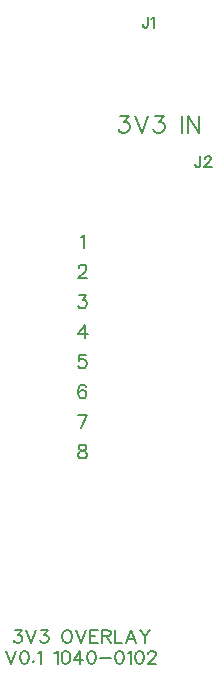
<source format=gto>
G04 Layer: TopSilkscreenLayer*
G04 Panelize: , Column: 2, Row: 2, Board Size: 20.7mm x 58.42mm, Panelized Board Size: 43.4mm x 118.84mm*
G04 EasyEDA v6.5.32, 2023-07-25 14:04:49*
G04 b7232d157d0140b2a16a3caa382a101f,5a6b42c53f6a479593ecc07194224c93,10*
G04 Gerber Generator version 0.2*
G04 Scale: 100 percent, Rotated: No, Reflected: No *
G04 Dimensions in millimeters *
G04 leading zeros omitted , absolute positions ,4 integer and 5 decimal *
%FSLAX45Y45*%
%MOMM*%

%ADD10C,0.1524*%
%ADD11C,0.2000*%

%LPD*%
D10*
X5506465Y4533137D02*
G01*
X5506465Y4460494D01*
X5501893Y4446778D01*
X5497322Y4442205D01*
X5488177Y4437634D01*
X5479288Y4437634D01*
X5470143Y4442205D01*
X5465572Y4446778D01*
X5461000Y4460494D01*
X5461000Y4469637D01*
X5541009Y4510531D02*
G01*
X5541009Y4515104D01*
X5545581Y4523994D01*
X5550154Y4528565D01*
X5559297Y4533137D01*
X5577331Y4533137D01*
X5586475Y4528565D01*
X5591047Y4523994D01*
X5595620Y4515104D01*
X5595620Y4505960D01*
X5591047Y4496815D01*
X5581904Y4483100D01*
X5536438Y4437634D01*
X5600191Y4437634D01*
D11*
X4827015Y4875784D02*
G01*
X4901945Y4875784D01*
X4861052Y4821173D01*
X4881372Y4821173D01*
X4895088Y4814315D01*
X4901945Y4807457D01*
X4908804Y4787137D01*
X4908804Y4773421D01*
X4901945Y4753102D01*
X4888229Y4739386D01*
X4867909Y4732528D01*
X4847336Y4732528D01*
X4827015Y4739386D01*
X4820158Y4746244D01*
X4813300Y4759960D01*
X4953761Y4875784D02*
G01*
X5008372Y4732528D01*
X5062727Y4875784D02*
G01*
X5008372Y4732528D01*
X5121402Y4875784D02*
G01*
X5196586Y4875784D01*
X5155691Y4821173D01*
X5176011Y4821173D01*
X5189727Y4814315D01*
X5196586Y4807457D01*
X5203190Y4787137D01*
X5203190Y4773421D01*
X5196586Y4753102D01*
X5182870Y4739386D01*
X5162295Y4732528D01*
X5141975Y4732528D01*
X5121402Y4739386D01*
X5114543Y4746244D01*
X5107940Y4759960D01*
X5353304Y4875784D02*
G01*
X5353304Y4732528D01*
X5398261Y4875784D02*
G01*
X5398261Y4732528D01*
X5398261Y4875784D02*
G01*
X5493765Y4732528D01*
X5493765Y4875784D02*
G01*
X5493765Y4732528D01*
D10*
X4497577Y2089657D02*
G01*
X4481322Y2084070D01*
X4475734Y2073147D01*
X4475734Y2062226D01*
X4481322Y2051304D01*
X4492243Y2045970D01*
X4514088Y2040381D01*
X4530343Y2035047D01*
X4541265Y2024126D01*
X4546854Y2013204D01*
X4546854Y1996947D01*
X4541265Y1986026D01*
X4535931Y1980437D01*
X4519422Y1975104D01*
X4497577Y1975104D01*
X4481322Y1980437D01*
X4475734Y1986026D01*
X4470400Y1996947D01*
X4470400Y2013204D01*
X4475734Y2024126D01*
X4486656Y2035047D01*
X4503165Y2040381D01*
X4525009Y2045970D01*
X4535931Y2051304D01*
X4541265Y2062226D01*
X4541265Y2073147D01*
X4535931Y2084070D01*
X4519422Y2089657D01*
X4497577Y2089657D01*
X4546854Y2343657D02*
G01*
X4492243Y2229104D01*
X4470400Y2343657D02*
G01*
X4546854Y2343657D01*
X4535931Y2581147D02*
G01*
X4530343Y2592070D01*
X4514088Y2597657D01*
X4503165Y2597657D01*
X4486656Y2592070D01*
X4475734Y2575813D01*
X4470400Y2548381D01*
X4470400Y2521204D01*
X4475734Y2499360D01*
X4486656Y2488437D01*
X4503165Y2483104D01*
X4508500Y2483104D01*
X4525009Y2488437D01*
X4535931Y2499360D01*
X4541265Y2515870D01*
X4541265Y2521204D01*
X4535931Y2537713D01*
X4525009Y2548381D01*
X4508500Y2553970D01*
X4503165Y2553970D01*
X4486656Y2548381D01*
X4475734Y2537713D01*
X4470400Y2521204D01*
X4535931Y2851657D02*
G01*
X4481322Y2851657D01*
X4475734Y2802381D01*
X4481322Y2807970D01*
X4497577Y2813304D01*
X4514088Y2813304D01*
X4530343Y2807970D01*
X4541265Y2797047D01*
X4546854Y2780792D01*
X4546854Y2769870D01*
X4541265Y2753360D01*
X4530343Y2742437D01*
X4514088Y2737104D01*
X4497577Y2737104D01*
X4481322Y2742437D01*
X4475734Y2748026D01*
X4470400Y2758947D01*
X4525009Y3105657D02*
G01*
X4470400Y3029204D01*
X4552188Y3029204D01*
X4525009Y3105657D02*
G01*
X4525009Y2991104D01*
X4481322Y3359657D02*
G01*
X4541265Y3359657D01*
X4508500Y3315970D01*
X4525009Y3315970D01*
X4535931Y3310381D01*
X4541265Y3305047D01*
X4546854Y3288792D01*
X4546854Y3277870D01*
X4541265Y3261360D01*
X4530343Y3250437D01*
X4514088Y3245104D01*
X4497577Y3245104D01*
X4481322Y3250437D01*
X4475734Y3256026D01*
X4470400Y3266947D01*
X4475734Y3586226D02*
G01*
X4475734Y3591813D01*
X4481322Y3602736D01*
X4486656Y3608070D01*
X4497577Y3613657D01*
X4519422Y3613657D01*
X4530343Y3608070D01*
X4535931Y3602736D01*
X4541265Y3591813D01*
X4541265Y3580892D01*
X4535931Y3569970D01*
X4525009Y3553713D01*
X4470400Y3499104D01*
X4546854Y3499104D01*
X4495800Y3845813D02*
G01*
X4506722Y3851147D01*
X4522977Y3867657D01*
X4522977Y3753104D01*
X3934713Y521715D02*
G01*
X3991863Y521715D01*
X3960622Y480060D01*
X3976370Y480060D01*
X3986529Y474979D01*
X3991863Y469900D01*
X3996943Y454152D01*
X3996943Y443737D01*
X3991863Y428244D01*
X3981450Y417829D01*
X3965956Y412750D01*
X3950208Y412750D01*
X3934713Y417829D01*
X3929379Y422910D01*
X3924300Y433323D01*
X4031234Y521715D02*
G01*
X4072890Y412750D01*
X4114545Y521715D02*
G01*
X4072890Y412750D01*
X4159250Y521715D02*
G01*
X4216400Y521715D01*
X4185158Y480060D01*
X4200652Y480060D01*
X4211065Y474979D01*
X4216400Y469900D01*
X4221479Y454152D01*
X4221479Y443737D01*
X4216400Y428244D01*
X4205986Y417829D01*
X4190238Y412750D01*
X4174743Y412750D01*
X4159250Y417829D01*
X4153915Y422910D01*
X4148836Y433323D01*
X4367022Y521715D02*
G01*
X4356608Y516636D01*
X4346193Y506221D01*
X4340859Y495807D01*
X4335779Y480060D01*
X4335779Y454152D01*
X4340859Y438657D01*
X4346193Y428244D01*
X4356608Y417829D01*
X4367022Y412750D01*
X4387850Y412750D01*
X4398009Y417829D01*
X4408424Y428244D01*
X4413758Y438657D01*
X4418838Y454152D01*
X4418838Y480060D01*
X4413758Y495807D01*
X4408424Y506221D01*
X4398009Y516636D01*
X4387850Y521715D01*
X4367022Y521715D01*
X4453127Y521715D02*
G01*
X4494784Y412750D01*
X4536440Y521715D02*
G01*
X4494784Y412750D01*
X4570729Y521715D02*
G01*
X4570729Y412750D01*
X4570729Y521715D02*
G01*
X4638040Y521715D01*
X4570729Y469900D02*
G01*
X4612131Y469900D01*
X4570729Y412750D02*
G01*
X4638040Y412750D01*
X4672329Y521715D02*
G01*
X4672329Y412750D01*
X4672329Y521715D02*
G01*
X4719320Y521715D01*
X4734813Y516636D01*
X4739893Y511302D01*
X4745227Y500887D01*
X4745227Y490473D01*
X4739893Y480060D01*
X4734813Y474979D01*
X4719320Y469900D01*
X4672329Y469900D01*
X4708906Y469900D02*
G01*
X4745227Y412750D01*
X4779518Y521715D02*
G01*
X4779518Y412750D01*
X4779518Y412750D02*
G01*
X4841747Y412750D01*
X4917693Y521715D02*
G01*
X4876038Y412750D01*
X4917693Y521715D02*
G01*
X4959350Y412750D01*
X4891786Y449071D02*
G01*
X4943602Y449071D01*
X4993640Y521715D02*
G01*
X5035041Y469900D01*
X5035041Y412750D01*
X5076697Y521715D02*
G01*
X5035041Y469900D01*
X3860800Y343915D02*
G01*
X3902456Y234950D01*
X3943858Y343915D02*
G01*
X3902456Y234950D01*
X4009390Y343915D02*
G01*
X3993895Y338836D01*
X3983481Y323087D01*
X3978147Y297179D01*
X3978147Y281686D01*
X3983481Y255523D01*
X3993895Y240029D01*
X4009390Y234950D01*
X4019804Y234950D01*
X4035297Y240029D01*
X4045711Y255523D01*
X4051045Y281686D01*
X4051045Y297179D01*
X4045711Y323087D01*
X4035297Y338836D01*
X4019804Y343915D01*
X4009390Y343915D01*
X4090415Y260857D02*
G01*
X4085336Y255523D01*
X4090415Y250444D01*
X4095750Y255523D01*
X4090415Y260857D01*
X4130040Y323087D02*
G01*
X4140200Y328421D01*
X4155947Y343915D01*
X4155947Y234950D01*
X4270247Y323087D02*
G01*
X4280661Y328421D01*
X4296156Y343915D01*
X4296156Y234950D01*
X4361688Y343915D02*
G01*
X4345940Y338836D01*
X4335779Y323087D01*
X4330445Y297179D01*
X4330445Y281686D01*
X4335779Y255523D01*
X4345940Y240029D01*
X4361688Y234950D01*
X4372102Y234950D01*
X4387595Y240029D01*
X4398009Y255523D01*
X4403090Y281686D01*
X4403090Y297179D01*
X4398009Y323087D01*
X4387595Y338836D01*
X4372102Y343915D01*
X4361688Y343915D01*
X4489450Y343915D02*
G01*
X4437379Y271271D01*
X4515358Y271271D01*
X4489450Y343915D02*
G01*
X4489450Y234950D01*
X4580890Y343915D02*
G01*
X4565395Y338836D01*
X4554981Y323087D01*
X4549647Y297179D01*
X4549647Y281686D01*
X4554981Y255523D01*
X4565395Y240029D01*
X4580890Y234950D01*
X4591304Y234950D01*
X4606797Y240029D01*
X4617211Y255523D01*
X4622545Y281686D01*
X4622545Y297179D01*
X4617211Y323087D01*
X4606797Y338836D01*
X4591304Y343915D01*
X4580890Y343915D01*
X4656836Y281686D02*
G01*
X4750308Y281686D01*
X4815840Y343915D02*
G01*
X4800091Y338836D01*
X4789677Y323087D01*
X4784597Y297179D01*
X4784597Y281686D01*
X4789677Y255523D01*
X4800091Y240029D01*
X4815840Y234950D01*
X4826000Y234950D01*
X4841747Y240029D01*
X4852161Y255523D01*
X4857241Y281686D01*
X4857241Y297179D01*
X4852161Y323087D01*
X4841747Y338836D01*
X4826000Y343915D01*
X4815840Y343915D01*
X4891531Y323087D02*
G01*
X4901945Y328421D01*
X4917440Y343915D01*
X4917440Y234950D01*
X4982972Y343915D02*
G01*
X4967477Y338836D01*
X4957063Y323087D01*
X4951729Y297179D01*
X4951729Y281686D01*
X4957063Y255523D01*
X4967477Y240029D01*
X4982972Y234950D01*
X4993386Y234950D01*
X5008879Y240029D01*
X5019293Y255523D01*
X5024627Y281686D01*
X5024627Y297179D01*
X5019293Y323087D01*
X5008879Y338836D01*
X4993386Y343915D01*
X4982972Y343915D01*
X5063997Y318007D02*
G01*
X5063997Y323087D01*
X5069331Y333502D01*
X5074411Y338836D01*
X5084825Y343915D01*
X5105654Y343915D01*
X5116068Y338836D01*
X5121147Y333502D01*
X5126481Y323087D01*
X5126481Y312673D01*
X5121147Y302260D01*
X5110734Y286765D01*
X5058918Y234950D01*
X5131561Y234950D01*
X5061965Y5714237D02*
G01*
X5061965Y5641594D01*
X5057393Y5627878D01*
X5052822Y5623305D01*
X5043677Y5618734D01*
X5034788Y5618734D01*
X5025643Y5623305D01*
X5021072Y5627878D01*
X5016500Y5641594D01*
X5016500Y5650737D01*
X5091938Y5696204D02*
G01*
X5101081Y5700776D01*
X5114797Y5714237D01*
X5114797Y5618734D01*
M02*

</source>
